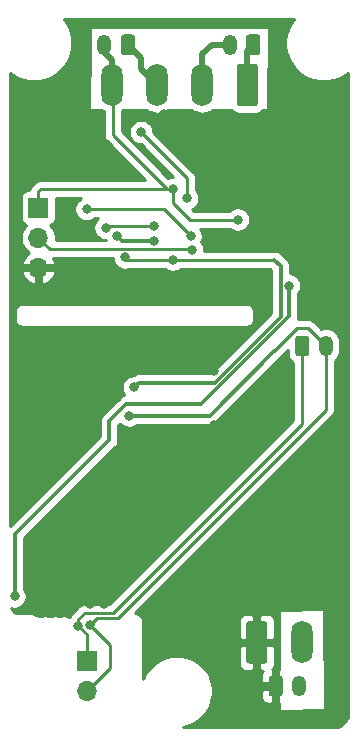
<source format=gbl>
G04 #@! TF.GenerationSoftware,KiCad,Pcbnew,5.1.9+dfsg1-1+deb11u1*
G04 #@! TF.CreationDate,2022-12-15T03:13:05+00:00*
G04 #@! TF.ProjectId,ModuleV450,4d6f6475-6c65-4563-9435-302e6b696361,rev?*
G04 #@! TF.SameCoordinates,Original*
G04 #@! TF.FileFunction,Copper,L2,Bot*
G04 #@! TF.FilePolarity,Positive*
%FSLAX46Y46*%
G04 Gerber Fmt 4.6, Leading zero omitted, Abs format (unit mm)*
G04 Created by KiCad (PCBNEW 5.1.9+dfsg1-1+deb11u1) date 2022-12-15 03:13:05*
%MOMM*%
%LPD*%
G01*
G04 APERTURE LIST*
G04 #@! TA.AperFunction,ComponentPad*
%ADD10O,1.700000X1.700000*%
G04 #@! TD*
G04 #@! TA.AperFunction,ComponentPad*
%ADD11R,1.700000X1.700000*%
G04 #@! TD*
G04 #@! TA.AperFunction,ComponentPad*
%ADD12O,1.800000X3.600000*%
G04 #@! TD*
G04 #@! TA.AperFunction,ComponentPad*
%ADD13O,1.200000X1.750000*%
G04 #@! TD*
G04 #@! TA.AperFunction,ViaPad*
%ADD14C,0.800000*%
G04 #@! TD*
G04 #@! TA.AperFunction,Conductor*
%ADD15C,0.500000*%
G04 #@! TD*
G04 #@! TA.AperFunction,Conductor*
%ADD16C,0.250000*%
G04 #@! TD*
G04 #@! TA.AperFunction,Conductor*
%ADD17C,0.300000*%
G04 #@! TD*
G04 #@! TA.AperFunction,Conductor*
%ADD18C,0.254000*%
G04 #@! TD*
G04 #@! TA.AperFunction,Conductor*
%ADD19C,0.100000*%
G04 #@! TD*
G04 APERTURE END LIST*
D10*
X105017600Y-69767600D03*
X105017600Y-67227600D03*
D11*
X105017600Y-64687600D03*
D12*
X111287600Y-54287600D03*
X115097600Y-54287600D03*
X118907600Y-54287600D03*
G04 #@! TA.AperFunction,ComponentPad*
G36*
G01*
X123617600Y-52737600D02*
X123617600Y-55837600D01*
G75*
G02*
X123367600Y-56087600I-250000J0D01*
G01*
X122067600Y-56087600D01*
G75*
G02*
X121817600Y-55837600I0J250000D01*
G01*
X121817600Y-52737600D01*
G75*
G02*
X122067600Y-52487600I250000J0D01*
G01*
X123367600Y-52487600D01*
G75*
G02*
X123617600Y-52737600I0J-250000D01*
G01*
G37*
G04 #@! TD.AperFunction*
X127327600Y-101487600D03*
G04 #@! TA.AperFunction,ComponentPad*
G36*
G01*
X122617600Y-103037600D02*
X122617600Y-99937600D01*
G75*
G02*
X122867600Y-99687600I250000J0D01*
G01*
X124167600Y-99687600D01*
G75*
G02*
X124417600Y-99937600I0J-250000D01*
G01*
X124417600Y-103037600D01*
G75*
G02*
X124167600Y-103287600I-250000J0D01*
G01*
X122867600Y-103287600D01*
G75*
G02*
X122617600Y-103037600I0J250000D01*
G01*
G37*
G04 #@! TD.AperFunction*
D10*
X109117600Y-105627600D03*
D11*
X109117600Y-103087600D03*
D13*
X121217600Y-50887600D03*
G04 #@! TA.AperFunction,ComponentPad*
G36*
G01*
X123817600Y-50262599D02*
X123817600Y-51512601D01*
G75*
G02*
X123567601Y-51762600I-249999J0D01*
G01*
X122867599Y-51762600D01*
G75*
G02*
X122617600Y-51512601I0J249999D01*
G01*
X122617600Y-50262599D01*
G75*
G02*
X122867599Y-50012600I249999J0D01*
G01*
X123567601Y-50012600D01*
G75*
G02*
X123817600Y-50262599I0J-249999D01*
G01*
G37*
G04 #@! TD.AperFunction*
X110617600Y-50887600D03*
G04 #@! TA.AperFunction,ComponentPad*
G36*
G01*
X113217600Y-50262599D02*
X113217600Y-51512601D01*
G75*
G02*
X112967601Y-51762600I-249999J0D01*
G01*
X112267599Y-51762600D01*
G75*
G02*
X112017600Y-51512601I0J249999D01*
G01*
X112017600Y-50262599D01*
G75*
G02*
X112267599Y-50012600I249999J0D01*
G01*
X112967601Y-50012600D01*
G75*
G02*
X113217600Y-50262599I0J-249999D01*
G01*
G37*
G04 #@! TD.AperFunction*
X127117600Y-105187600D03*
G04 #@! TA.AperFunction,ComponentPad*
G36*
G01*
X124517600Y-105812601D02*
X124517600Y-104562599D01*
G75*
G02*
X124767599Y-104312600I249999J0D01*
G01*
X125467601Y-104312600D01*
G75*
G02*
X125717600Y-104562599I0J-249999D01*
G01*
X125717600Y-105812601D01*
G75*
G02*
X125467601Y-106062600I-249999J0D01*
G01*
X124767599Y-106062600D01*
G75*
G02*
X124517600Y-105812601I0J249999D01*
G01*
G37*
G04 #@! TD.AperFunction*
X129367600Y-76387600D03*
G04 #@! TA.AperFunction,ComponentPad*
G36*
G01*
X126767600Y-77012601D02*
X126767600Y-75762599D01*
G75*
G02*
X127017599Y-75512600I249999J0D01*
G01*
X127717601Y-75512600D01*
G75*
G02*
X127967600Y-75762599I0J-249999D01*
G01*
X127967600Y-77012601D01*
G75*
G02*
X127717601Y-77262600I-249999J0D01*
G01*
X127017599Y-77262600D01*
G75*
G02*
X126767600Y-77012601I0J249999D01*
G01*
G37*
G04 #@! TD.AperFunction*
D14*
X107492600Y-56712600D03*
X116742600Y-101487600D03*
X115762600Y-101487600D03*
X123817600Y-73887600D03*
X129357600Y-72627600D03*
X126892600Y-87987600D03*
X125867600Y-87987600D03*
X127917600Y-87987600D03*
X108817600Y-92712600D03*
X109917600Y-92712600D03*
X111017600Y-92712600D03*
X114367600Y-92712600D03*
X112167600Y-92712600D03*
X113267600Y-92712600D03*
X114782600Y-101487600D03*
X115762600Y-100212600D03*
X116742600Y-100212600D03*
X114782600Y-100212600D03*
X107487600Y-57627600D03*
X105162600Y-62022600D03*
X129387600Y-73817600D03*
X112857600Y-70387600D03*
X124317600Y-72887600D03*
X125917600Y-67987600D03*
X121417600Y-72387600D03*
X103417600Y-72387600D03*
X104517600Y-72387600D03*
X110257600Y-58677600D03*
X109307600Y-58677600D03*
X106337600Y-62022600D03*
X115637600Y-56747600D03*
X117637600Y-56747600D03*
X127337600Y-64347600D03*
X129337600Y-64347600D03*
X108307600Y-98242600D03*
X109407600Y-98242600D03*
X110557600Y-98242600D03*
X106217600Y-76087600D03*
X106217600Y-77237600D03*
X106217600Y-78387600D03*
X106217600Y-79537600D03*
X106217600Y-80687600D03*
X106217600Y-81837600D03*
X106217600Y-82987600D03*
X106217600Y-84137600D03*
X106217600Y-85287600D03*
X106217600Y-86437600D03*
X106217600Y-87587600D03*
X119917600Y-78487600D03*
X119917600Y-76187600D03*
X119917600Y-77337600D03*
X119917600Y-84237600D03*
X119917600Y-83087600D03*
X119917600Y-87687600D03*
X112717600Y-86437600D03*
X112717600Y-85287600D03*
X112717600Y-87587600D03*
X112717600Y-75987600D03*
X112717600Y-78287600D03*
X112717600Y-77137600D03*
X124217600Y-79287600D03*
X124217600Y-80437600D03*
X124217600Y-83687600D03*
X114367600Y-90312600D03*
X113267600Y-90312600D03*
X108817600Y-90312600D03*
X111017600Y-90312600D03*
X112167600Y-90312600D03*
X109917600Y-90312600D03*
X129387600Y-70817600D03*
X129357600Y-69627600D03*
X107817600Y-65087600D03*
X121617600Y-62087600D03*
X126892600Y-86887600D03*
X125867600Y-86887600D03*
X127917600Y-86887600D03*
X121417600Y-59087600D03*
X121917600Y-65687600D03*
X116417600Y-63087600D03*
X112717600Y-82287600D03*
X109361801Y-99982689D03*
X113717592Y-58287600D03*
X117617600Y-63887600D03*
X103017600Y-97597600D03*
X126242599Y-71287600D03*
X114822600Y-66227600D03*
X110717598Y-66387600D03*
X114822600Y-67497600D03*
X111717600Y-67087600D03*
X108417600Y-100087600D03*
X118017600Y-68287600D03*
X113130114Y-79887600D03*
X116417598Y-69087600D03*
X112342590Y-68887600D03*
X109105100Y-64797600D03*
X117917600Y-67087600D03*
D15*
X110617600Y-51487600D02*
X110617600Y-50887600D01*
X111287600Y-54287600D02*
X111287600Y-52157600D01*
X111287600Y-52157600D02*
X110617600Y-51487600D01*
D16*
X117851917Y-65687600D02*
X121917600Y-65687600D01*
X116417602Y-64253285D02*
X117851917Y-65687600D01*
X116417602Y-63687600D02*
X116417602Y-64253285D01*
X116417602Y-63087602D02*
X116417602Y-63687600D01*
X115907600Y-63087600D02*
X116417600Y-63087600D01*
X111317600Y-58497600D02*
X115907600Y-63087600D01*
X111317600Y-54317600D02*
X111317600Y-58497600D01*
X116417600Y-63087600D02*
X116417602Y-63087602D01*
X111287600Y-54287600D02*
X111317600Y-54317600D01*
X116417602Y-63107589D02*
X116417602Y-63687600D01*
X105207611Y-63107589D02*
X116417602Y-63107589D01*
X105017600Y-63297600D02*
X105207611Y-63107589D01*
X105017600Y-64687600D02*
X105017600Y-63297600D01*
D15*
X113717600Y-52907600D02*
X115097600Y-54287600D01*
X112617600Y-50887600D02*
X113717600Y-51987600D01*
X113717600Y-51987600D02*
X113717600Y-52907600D01*
D17*
X119517600Y-82287600D02*
X112717600Y-82287600D01*
X125017600Y-76787600D02*
X119517600Y-82287600D01*
D16*
X127867600Y-74887600D02*
X129367600Y-76387600D01*
X126917600Y-74887600D02*
X127867600Y-74887600D01*
X125017600Y-76787600D02*
X126917600Y-74887600D01*
X111751773Y-99387600D02*
X109956890Y-99387600D01*
X129367600Y-81771773D02*
X111751773Y-99387600D01*
X129367600Y-76387600D02*
X129367600Y-81771773D01*
X109956890Y-99387600D02*
X109361801Y-99982689D01*
X111117600Y-101738488D02*
X109361801Y-99982689D01*
X111117600Y-103627600D02*
X111117600Y-101738488D01*
X109117600Y-105627600D02*
X111117600Y-103627600D01*
X117617600Y-62187608D02*
X117617600Y-63887600D01*
X113717592Y-58287600D02*
X117617600Y-62187608D01*
D17*
X126242599Y-73878266D02*
X126242599Y-71287600D01*
X103017600Y-92351596D02*
X111017600Y-84351596D01*
X118833267Y-81287598D02*
X126242599Y-73878266D01*
X112481598Y-81287598D02*
X118833267Y-81287598D01*
X111017600Y-84351596D02*
X111017600Y-82751596D01*
X111017600Y-82751596D02*
X112481598Y-81287598D01*
X103017600Y-97597600D02*
X103017600Y-92351596D01*
D16*
X114822600Y-66227600D02*
X110877598Y-66227600D01*
X110877598Y-66227600D02*
X110717598Y-66387600D01*
D17*
X112127600Y-67497600D02*
X111717600Y-67087600D01*
X114822600Y-67497600D02*
X112127600Y-67497600D01*
D16*
X108417600Y-99521915D02*
X108417600Y-100087600D01*
X127367600Y-82971900D02*
X111351911Y-98987589D01*
X111351911Y-98987589D02*
X108951926Y-98987589D01*
X127367600Y-76787600D02*
X127367600Y-82971900D01*
X108951926Y-98987589D02*
X108417600Y-99521915D01*
X109117600Y-100787600D02*
X108417600Y-100087600D01*
X109117600Y-103087600D02*
X109117600Y-100787600D01*
X117917600Y-68187600D02*
X118017600Y-68287600D01*
X105977600Y-68187600D02*
X117917600Y-68187600D01*
X105017600Y-67227600D02*
X105977600Y-68187600D01*
X116417598Y-69087600D02*
X112542590Y-69087600D01*
X112542590Y-69087600D02*
X112342590Y-68887600D01*
D17*
X125542589Y-73923601D02*
X125542589Y-69612589D01*
X125542589Y-69612589D02*
X125017600Y-69087600D01*
X113530113Y-79487601D02*
X119978589Y-79487601D01*
X113130114Y-79887600D02*
X113530113Y-79487601D01*
X119978589Y-79487601D02*
X125542589Y-73923601D01*
D16*
X125017600Y-69087600D02*
X116417598Y-69087600D01*
X109105100Y-64797600D02*
X115627600Y-64797600D01*
X115627600Y-64797600D02*
X117917600Y-67087600D01*
D15*
X118907600Y-51697600D02*
X118907600Y-54287600D01*
X119717600Y-50887600D02*
X118907600Y-51697600D01*
X121217600Y-50887600D02*
X119717600Y-50887600D01*
X122717600Y-51387600D02*
X123217600Y-50887600D01*
X122717600Y-54287600D02*
X122717600Y-51387600D01*
D18*
X126307870Y-49209042D02*
X126064612Y-49796319D01*
X125940600Y-50419768D01*
X125940600Y-51055432D01*
X126064612Y-51678881D01*
X126307870Y-52266158D01*
X126661025Y-52794693D01*
X127110507Y-53244175D01*
X127639042Y-53597330D01*
X128226319Y-53840588D01*
X128849768Y-53964600D01*
X129485432Y-53964600D01*
X130108881Y-53840588D01*
X130696158Y-53597330D01*
X131224693Y-53244175D01*
X131230994Y-53237874D01*
X131207616Y-107802710D01*
X131189214Y-107990384D01*
X131182317Y-108013228D01*
X130592568Y-108602928D01*
X130575767Y-108608129D01*
X130390508Y-108627600D01*
X117241744Y-108627600D01*
X117640543Y-108548274D01*
X118191422Y-108320092D01*
X118687200Y-107988824D01*
X119108824Y-107567200D01*
X119440092Y-107071422D01*
X119668274Y-106520543D01*
X119759364Y-106062600D01*
X123879528Y-106062600D01*
X123891788Y-106187082D01*
X123928098Y-106306780D01*
X123987063Y-106417094D01*
X124066415Y-106513785D01*
X124163106Y-106593137D01*
X124273420Y-106652102D01*
X124393118Y-106688412D01*
X124517600Y-106700672D01*
X124735850Y-106697600D01*
X124894600Y-106538850D01*
X124894600Y-105410600D01*
X124041350Y-105410600D01*
X123882600Y-105569350D01*
X123879528Y-106062600D01*
X119759364Y-106062600D01*
X119784600Y-105935733D01*
X119784600Y-105339467D01*
X119668274Y-104754657D01*
X119440092Y-104203778D01*
X119108824Y-103708000D01*
X118688424Y-103287600D01*
X121979528Y-103287600D01*
X121991788Y-103412082D01*
X122028098Y-103531780D01*
X122087063Y-103642094D01*
X122166415Y-103738785D01*
X122263106Y-103818137D01*
X122373420Y-103877102D01*
X122493118Y-103913412D01*
X122617600Y-103925672D01*
X123135850Y-103922600D01*
X123294600Y-103763850D01*
X123294600Y-101710600D01*
X123740600Y-101710600D01*
X123740600Y-103763850D01*
X123899350Y-103922600D01*
X124015636Y-103923289D01*
X123987063Y-103958106D01*
X123928098Y-104068420D01*
X123891788Y-104188118D01*
X123879528Y-104312600D01*
X123882600Y-104805850D01*
X124041350Y-104964600D01*
X124894600Y-104964600D01*
X124894600Y-103836350D01*
X125340600Y-103836350D01*
X125340600Y-104964600D01*
X125360600Y-104964600D01*
X125360600Y-105410600D01*
X125340600Y-105410600D01*
X125340600Y-106538850D01*
X125402271Y-106600521D01*
X125403989Y-107132241D01*
X125406742Y-107158135D01*
X125414261Y-107181869D01*
X125426266Y-107203680D01*
X125442295Y-107222729D01*
X125461732Y-107238286D01*
X125483831Y-107249752D01*
X125507743Y-107256686D01*
X125532547Y-107258821D01*
X129134913Y-107214590D01*
X129158563Y-107212073D01*
X129182362Y-107204763D01*
X129204278Y-107192951D01*
X129223468Y-107177090D01*
X129239195Y-107157790D01*
X129250855Y-107135793D01*
X129257999Y-107111943D01*
X129260353Y-107087158D01*
X129231628Y-98825040D01*
X129229064Y-98800087D01*
X129221719Y-98776299D01*
X129209874Y-98754401D01*
X129193984Y-98735234D01*
X129174661Y-98719536D01*
X129152646Y-98707909D01*
X129128786Y-98700801D01*
X129103998Y-98698484D01*
X125503581Y-98716371D01*
X125479033Y-98718890D01*
X125455232Y-98726194D01*
X125433314Y-98738001D01*
X125414120Y-98753857D01*
X125398388Y-98773153D01*
X125386723Y-98795148D01*
X125379573Y-98818995D01*
X125377213Y-98843779D01*
X125393172Y-103783778D01*
X125340600Y-103836350D01*
X124894600Y-103836350D01*
X124829377Y-103771127D01*
X124868785Y-103738785D01*
X124948137Y-103642094D01*
X125007102Y-103531780D01*
X125043412Y-103412082D01*
X125055672Y-103287600D01*
X125052600Y-101869350D01*
X124893850Y-101710600D01*
X123740600Y-101710600D01*
X123294600Y-101710600D01*
X122141350Y-101710600D01*
X121982600Y-101869350D01*
X121979528Y-103287600D01*
X118688424Y-103287600D01*
X118687200Y-103286376D01*
X118191422Y-102955108D01*
X117640543Y-102726926D01*
X117055733Y-102610600D01*
X116459467Y-102610600D01*
X115874657Y-102726926D01*
X115323778Y-102955108D01*
X114828000Y-103286376D01*
X114406376Y-103708000D01*
X114075108Y-104203778D01*
X113918631Y-104581547D01*
X113927540Y-99770487D01*
X113931015Y-99732298D01*
X113926277Y-99687600D01*
X121979528Y-99687600D01*
X121982600Y-101105850D01*
X122141350Y-101264600D01*
X123294600Y-101264600D01*
X123294600Y-99211350D01*
X123740600Y-99211350D01*
X123740600Y-101264600D01*
X124893850Y-101264600D01*
X125052600Y-101105850D01*
X125055672Y-99687600D01*
X125043412Y-99563118D01*
X125007102Y-99443420D01*
X124948137Y-99333106D01*
X124868785Y-99236415D01*
X124772094Y-99157063D01*
X124661780Y-99098098D01*
X124542082Y-99061788D01*
X124417600Y-99049528D01*
X123899350Y-99052600D01*
X123740600Y-99211350D01*
X123294600Y-99211350D01*
X123135850Y-99052600D01*
X122617600Y-99049528D01*
X122493118Y-99061788D01*
X122373420Y-99098098D01*
X122263106Y-99157063D01*
X122166415Y-99236415D01*
X122087063Y-99333106D01*
X122028098Y-99443420D01*
X121991788Y-99563118D01*
X121979528Y-99687600D01*
X113926277Y-99687600D01*
X113923995Y-99666074D01*
X113917583Y-99599712D01*
X113916622Y-99596523D01*
X113916272Y-99593220D01*
X113896474Y-99529660D01*
X113877232Y-99465801D01*
X113875669Y-99462863D01*
X113874680Y-99459689D01*
X113842836Y-99401164D01*
X113811532Y-99342337D01*
X113809427Y-99339762D01*
X113807837Y-99336840D01*
X113765202Y-99285669D01*
X113723008Y-99234060D01*
X113720438Y-99231943D01*
X113718311Y-99229390D01*
X113666516Y-99187523D01*
X113615060Y-99145135D01*
X113612129Y-99143561D01*
X113609543Y-99141471D01*
X113550592Y-99110523D01*
X113491840Y-99078979D01*
X113488654Y-99078006D01*
X113485713Y-99076462D01*
X113421856Y-99057608D01*
X113358079Y-99038132D01*
X113354769Y-99037800D01*
X113351579Y-99036858D01*
X113285226Y-99030821D01*
X113218921Y-99024167D01*
X113186915Y-99027259D01*
X129878608Y-82335568D01*
X129907601Y-82311774D01*
X129931395Y-82282781D01*
X129931399Y-82282777D01*
X130002573Y-82196050D01*
X130003759Y-82193832D01*
X130073146Y-82064020D01*
X130116603Y-81920759D01*
X130127600Y-81809106D01*
X130127600Y-81809097D01*
X130131276Y-81771774D01*
X130127600Y-81734451D01*
X130127600Y-77636533D01*
X130245102Y-77540102D01*
X130399433Y-77352049D01*
X130514111Y-77137500D01*
X130584730Y-76904701D01*
X130602600Y-76723264D01*
X130602600Y-76051935D01*
X130584730Y-75870498D01*
X130514111Y-75637699D01*
X130399433Y-75423151D01*
X130245102Y-75235098D01*
X130057048Y-75080767D01*
X129842500Y-74966089D01*
X129609701Y-74895470D01*
X129367600Y-74871625D01*
X129125498Y-74895470D01*
X128991054Y-74936253D01*
X128431404Y-74376603D01*
X128407601Y-74347599D01*
X128291876Y-74252626D01*
X128159847Y-74182054D01*
X128016586Y-74138597D01*
X127904933Y-74127600D01*
X127904922Y-74127600D01*
X127867600Y-74123924D01*
X127830278Y-74127600D01*
X126987287Y-74127600D01*
X127016241Y-74032153D01*
X127024005Y-73953317D01*
X127027599Y-73916827D01*
X127027599Y-73916822D01*
X127031396Y-73878266D01*
X127027599Y-73839710D01*
X127027599Y-71966311D01*
X127046536Y-71947374D01*
X127159804Y-71777856D01*
X127237825Y-71589498D01*
X127277599Y-71389539D01*
X127277599Y-71185661D01*
X127237825Y-70985702D01*
X127159804Y-70797344D01*
X127046536Y-70627826D01*
X126902373Y-70483663D01*
X126732855Y-70370395D01*
X126544497Y-70292374D01*
X126344538Y-70252600D01*
X126327589Y-70252600D01*
X126327589Y-69651145D01*
X126331386Y-69612589D01*
X126327589Y-69574033D01*
X126327589Y-69574028D01*
X126322842Y-69525832D01*
X126316231Y-69458702D01*
X126271343Y-69310729D01*
X126198451Y-69174356D01*
X126100353Y-69054825D01*
X126070394Y-69030238D01*
X125545412Y-68505255D01*
X125455832Y-68431739D01*
X125319459Y-68358846D01*
X125171486Y-68313959D01*
X125017600Y-68298803D01*
X124863714Y-68313959D01*
X124818746Y-68327600D01*
X119052600Y-68327600D01*
X119052600Y-68185661D01*
X119012826Y-67985702D01*
X118934805Y-67797344D01*
X118821537Y-67627826D01*
X118809475Y-67615764D01*
X118834805Y-67577856D01*
X118912826Y-67389498D01*
X118952600Y-67189539D01*
X118952600Y-66985661D01*
X118912826Y-66785702D01*
X118834805Y-66597344D01*
X118734750Y-66447600D01*
X121213889Y-66447600D01*
X121257826Y-66491537D01*
X121427344Y-66604805D01*
X121615702Y-66682826D01*
X121815661Y-66722600D01*
X122019539Y-66722600D01*
X122219498Y-66682826D01*
X122407856Y-66604805D01*
X122577374Y-66491537D01*
X122721537Y-66347374D01*
X122834805Y-66177856D01*
X122912826Y-65989498D01*
X122952600Y-65789539D01*
X122952600Y-65585661D01*
X122912826Y-65385702D01*
X122834805Y-65197344D01*
X122721537Y-65027826D01*
X122577374Y-64883663D01*
X122407856Y-64770395D01*
X122219498Y-64692374D01*
X122019539Y-64652600D01*
X121815661Y-64652600D01*
X121615702Y-64692374D01*
X121427344Y-64770395D01*
X121257826Y-64883663D01*
X121213889Y-64927600D01*
X118166719Y-64927600D01*
X118062649Y-64823530D01*
X118107856Y-64804805D01*
X118277374Y-64691537D01*
X118421537Y-64547374D01*
X118534805Y-64377856D01*
X118612826Y-64189498D01*
X118652600Y-63989539D01*
X118652600Y-63785661D01*
X118612826Y-63585702D01*
X118534805Y-63397344D01*
X118421537Y-63227826D01*
X118377600Y-63183889D01*
X118377600Y-62224930D01*
X118381276Y-62187607D01*
X118377600Y-62150284D01*
X118377600Y-62150275D01*
X118366603Y-62038622D01*
X118323146Y-61895361D01*
X118252574Y-61763332D01*
X118157601Y-61647607D01*
X118128604Y-61623810D01*
X114752592Y-58247799D01*
X114752592Y-58185661D01*
X114712818Y-57985702D01*
X114634797Y-57797344D01*
X114521529Y-57627826D01*
X114377366Y-57483663D01*
X114207848Y-57370395D01*
X114019490Y-57292374D01*
X113819531Y-57252600D01*
X113615653Y-57252600D01*
X113415694Y-57292374D01*
X113227336Y-57370395D01*
X113057818Y-57483663D01*
X112913655Y-57627826D01*
X112800387Y-57797344D01*
X112722366Y-57985702D01*
X112682592Y-58185661D01*
X112682592Y-58389539D01*
X112722366Y-58589498D01*
X112800387Y-58777856D01*
X112913655Y-58947374D01*
X113057818Y-59091537D01*
X113227336Y-59204805D01*
X113415694Y-59282826D01*
X113615653Y-59322600D01*
X113677791Y-59322600D01*
X116407790Y-62052600D01*
X116315661Y-62052600D01*
X116115702Y-62092374D01*
X116024821Y-62130019D01*
X112077600Y-58182799D01*
X112077600Y-56505854D01*
X112144526Y-56470081D01*
X112206080Y-56419565D01*
X114176589Y-56417489D01*
X114240673Y-56470081D01*
X114507339Y-56612617D01*
X114796687Y-56700390D01*
X115097600Y-56730027D01*
X115398512Y-56700390D01*
X115687860Y-56612617D01*
X115954526Y-56470081D01*
X116020979Y-56415545D01*
X117981703Y-56413479D01*
X118050673Y-56470081D01*
X118317339Y-56612617D01*
X118606687Y-56700390D01*
X118907600Y-56730027D01*
X119208512Y-56700390D01*
X119497860Y-56612617D01*
X119764526Y-56470081D01*
X119835878Y-56411525D01*
X121393943Y-56409883D01*
X121439638Y-56465562D01*
X121574214Y-56576005D01*
X121727750Y-56658072D01*
X121894346Y-56708608D01*
X122067600Y-56725672D01*
X123367600Y-56725672D01*
X123540854Y-56708608D01*
X123707450Y-56658072D01*
X123860986Y-56576005D01*
X123995562Y-56465562D01*
X124043548Y-56407090D01*
X124382733Y-56406733D01*
X124406068Y-56404546D01*
X124429966Y-56397569D01*
X124452045Y-56386064D01*
X124471455Y-56370473D01*
X124487450Y-56351394D01*
X124499415Y-56329562D01*
X124506892Y-56305815D01*
X124509592Y-56281065D01*
X124580863Y-49486799D01*
X124578423Y-49460655D01*
X124571189Y-49436833D01*
X124559446Y-49414879D01*
X124543647Y-49395639D01*
X124524397Y-49379850D01*
X124502437Y-49368120D01*
X124478611Y-49360900D01*
X124453834Y-49358467D01*
X109523857Y-49362734D01*
X109500423Y-49364922D01*
X109476524Y-49371899D01*
X109454446Y-49383404D01*
X109435036Y-49398996D01*
X109419041Y-49418074D01*
X109407076Y-49439907D01*
X109399600Y-49463654D01*
X109396900Y-49488404D01*
X109386135Y-50516042D01*
X109382600Y-50551935D01*
X109382600Y-50853522D01*
X109325608Y-56294137D01*
X109328067Y-56320375D01*
X109335320Y-56344191D01*
X109347079Y-56366136D01*
X109362893Y-56385364D01*
X109382155Y-56401138D01*
X109404124Y-56412851D01*
X109427956Y-56420053D01*
X109452735Y-56422467D01*
X110371475Y-56421499D01*
X110430673Y-56470081D01*
X110557601Y-56537925D01*
X110557601Y-58460268D01*
X110553924Y-58497600D01*
X110568598Y-58646585D01*
X110612054Y-58789846D01*
X110682626Y-58921876D01*
X110753801Y-59008602D01*
X110777600Y-59037601D01*
X110806598Y-59061399D01*
X114092787Y-62347589D01*
X105244933Y-62347589D01*
X105207610Y-62343913D01*
X105170287Y-62347589D01*
X105170278Y-62347589D01*
X105058625Y-62358586D01*
X104915364Y-62402043D01*
X104783335Y-62472615D01*
X104667610Y-62567588D01*
X104643807Y-62596592D01*
X104506598Y-62733801D01*
X104477600Y-62757599D01*
X104453802Y-62786597D01*
X104453801Y-62786598D01*
X104382626Y-62873324D01*
X104312054Y-63005354D01*
X104268598Y-63148615D01*
X104263583Y-63199528D01*
X104167600Y-63199528D01*
X104043118Y-63211788D01*
X103923420Y-63248098D01*
X103813106Y-63307063D01*
X103716415Y-63386415D01*
X103637063Y-63483106D01*
X103578098Y-63593420D01*
X103541788Y-63713118D01*
X103529528Y-63837600D01*
X103529528Y-65537600D01*
X103541788Y-65662082D01*
X103578098Y-65781780D01*
X103637063Y-65892094D01*
X103716415Y-65988785D01*
X103813106Y-66068137D01*
X103923420Y-66127102D01*
X103995980Y-66149113D01*
X103864125Y-66280968D01*
X103701610Y-66524189D01*
X103589668Y-66794442D01*
X103532600Y-67081340D01*
X103532600Y-67373860D01*
X103589668Y-67660758D01*
X103701610Y-67931011D01*
X103864125Y-68174232D01*
X104070968Y-68381075D01*
X104250880Y-68501288D01*
X104060345Y-68632297D01*
X103857252Y-68840863D01*
X103698750Y-69085043D01*
X103602399Y-69317675D01*
X103710232Y-69544600D01*
X104794600Y-69544600D01*
X104794600Y-69524600D01*
X105240600Y-69524600D01*
X105240600Y-69544600D01*
X106324968Y-69544600D01*
X106432801Y-69317675D01*
X106336450Y-69085043D01*
X106247233Y-68947600D01*
X111307590Y-68947600D01*
X111307590Y-68989539D01*
X111347364Y-69189498D01*
X111425385Y-69377856D01*
X111538653Y-69547374D01*
X111682816Y-69691537D01*
X111852334Y-69804805D01*
X112040692Y-69882826D01*
X112240651Y-69922600D01*
X112444529Y-69922600D01*
X112644488Y-69882826D01*
X112729530Y-69847600D01*
X115713887Y-69847600D01*
X115757824Y-69891537D01*
X115927342Y-70004805D01*
X116115700Y-70082826D01*
X116315659Y-70122600D01*
X116519537Y-70122600D01*
X116719496Y-70082826D01*
X116907854Y-70004805D01*
X117077372Y-69891537D01*
X117121309Y-69847600D01*
X124667443Y-69847600D01*
X124757590Y-69937746D01*
X124757589Y-73598443D01*
X119653432Y-78702601D01*
X113568665Y-78702601D01*
X113530112Y-78698804D01*
X113491559Y-78702601D01*
X113491552Y-78702601D01*
X113376226Y-78713960D01*
X113228253Y-78758847D01*
X113091880Y-78831739D01*
X113066461Y-78852600D01*
X113028175Y-78852600D01*
X112828216Y-78892374D01*
X112639858Y-78970395D01*
X112470340Y-79083663D01*
X112326177Y-79227826D01*
X112212909Y-79397344D01*
X112134888Y-79585702D01*
X112095114Y-79785661D01*
X112095114Y-79989539D01*
X112134888Y-80189498D01*
X112212909Y-80377856D01*
X112307870Y-80519975D01*
X112179738Y-80558844D01*
X112043365Y-80631736D01*
X111923834Y-80729834D01*
X111899253Y-80759786D01*
X110489785Y-82169254D01*
X110459837Y-82193832D01*
X110435259Y-82223780D01*
X110435255Y-82223784D01*
X110402290Y-82263952D01*
X110361739Y-82313363D01*
X110322777Y-82386256D01*
X110288846Y-82449737D01*
X110243959Y-82597710D01*
X110228803Y-82751596D01*
X110232601Y-82790158D01*
X110232600Y-84026438D01*
X102627600Y-91631439D01*
X102627600Y-73487600D01*
X103029286Y-73487600D01*
X103032600Y-73521247D01*
X103032600Y-74053953D01*
X103029286Y-74087600D01*
X103042512Y-74221883D01*
X103081681Y-74351006D01*
X103145288Y-74470007D01*
X103230889Y-74574311D01*
X103270745Y-74607020D01*
X103335193Y-74659912D01*
X103454194Y-74723519D01*
X103583317Y-74762688D01*
X103717600Y-74775914D01*
X103751247Y-74772600D01*
X122595402Y-74772600D01*
X122640531Y-74775531D01*
X122696076Y-74768185D01*
X122751883Y-74762688D01*
X122762897Y-74759347D01*
X122774298Y-74757839D01*
X122827343Y-74739798D01*
X122881006Y-74723519D01*
X122891157Y-74718093D01*
X122902045Y-74714390D01*
X122950553Y-74686345D01*
X123000007Y-74659912D01*
X123008903Y-74652611D01*
X123018861Y-74646854D01*
X123060966Y-74609884D01*
X123104311Y-74574311D01*
X123111614Y-74565412D01*
X123120255Y-74557825D01*
X123154336Y-74513357D01*
X123189912Y-74470007D01*
X123195337Y-74459858D01*
X123202334Y-74450728D01*
X123227092Y-74400447D01*
X123253519Y-74351006D01*
X123256859Y-74339994D01*
X123261941Y-74329674D01*
X123276411Y-74275542D01*
X123292688Y-74221883D01*
X123293816Y-74210426D01*
X123296786Y-74199317D01*
X123300417Y-74143409D01*
X123305914Y-74087600D01*
X123301479Y-74042569D01*
X123283722Y-73509859D01*
X123285914Y-73487600D01*
X123281478Y-73442566D01*
X123281098Y-73431152D01*
X123278185Y-73409125D01*
X123272688Y-73353317D01*
X123269347Y-73342303D01*
X123267839Y-73330902D01*
X123249798Y-73277857D01*
X123233519Y-73224194D01*
X123228093Y-73214043D01*
X123224390Y-73203155D01*
X123196345Y-73154647D01*
X123169912Y-73105193D01*
X123162611Y-73096297D01*
X123156854Y-73086339D01*
X123119878Y-73044227D01*
X123084311Y-73000889D01*
X123075415Y-72993588D01*
X123067826Y-72984945D01*
X123023348Y-72950858D01*
X122980007Y-72915288D01*
X122969859Y-72909864D01*
X122960728Y-72902866D01*
X122910447Y-72878108D01*
X122861006Y-72851681D01*
X122849994Y-72848341D01*
X122839674Y-72843259D01*
X122785539Y-72828788D01*
X122731883Y-72812512D01*
X122720428Y-72811384D01*
X122709318Y-72808414D01*
X122653411Y-72804783D01*
X122631247Y-72802600D01*
X122619798Y-72802600D01*
X122574669Y-72799669D01*
X122552508Y-72802600D01*
X103751247Y-72802600D01*
X103717600Y-72799286D01*
X103683953Y-72802600D01*
X103583317Y-72812512D01*
X103454194Y-72851681D01*
X103335193Y-72915288D01*
X103230889Y-73000889D01*
X103145288Y-73105193D01*
X103081681Y-73224194D01*
X103042512Y-73353317D01*
X103029286Y-73487600D01*
X102627600Y-73487600D01*
X102627600Y-70217525D01*
X103602399Y-70217525D01*
X103698750Y-70450157D01*
X103857252Y-70694337D01*
X104060345Y-70902903D01*
X104300225Y-71067840D01*
X104567673Y-71182809D01*
X104794600Y-71077019D01*
X104794600Y-69990600D01*
X105240600Y-69990600D01*
X105240600Y-71077019D01*
X105467527Y-71182809D01*
X105734975Y-71067840D01*
X105974855Y-70902903D01*
X106177948Y-70694337D01*
X106336450Y-70450157D01*
X106432801Y-70217525D01*
X106324968Y-69990600D01*
X105240600Y-69990600D01*
X104794600Y-69990600D01*
X103710232Y-69990600D01*
X103602399Y-70217525D01*
X102627600Y-70217525D01*
X102627600Y-53255596D01*
X103139042Y-53597330D01*
X103726319Y-53840588D01*
X104349768Y-53964600D01*
X104985432Y-53964600D01*
X105608881Y-53840588D01*
X106196158Y-53597330D01*
X106724693Y-53244175D01*
X107174175Y-52794693D01*
X107527330Y-52266158D01*
X107770588Y-51678881D01*
X107894600Y-51055432D01*
X107894600Y-50419768D01*
X107770588Y-49796319D01*
X107527330Y-49209042D01*
X107185596Y-48697600D01*
X126649604Y-48697600D01*
X126307870Y-49209042D01*
G04 #@! TA.AperFunction,Conductor*
D19*
G36*
X126307870Y-49209042D02*
G01*
X126064612Y-49796319D01*
X125940600Y-50419768D01*
X125940600Y-51055432D01*
X126064612Y-51678881D01*
X126307870Y-52266158D01*
X126661025Y-52794693D01*
X127110507Y-53244175D01*
X127639042Y-53597330D01*
X128226319Y-53840588D01*
X128849768Y-53964600D01*
X129485432Y-53964600D01*
X130108881Y-53840588D01*
X130696158Y-53597330D01*
X131224693Y-53244175D01*
X131230994Y-53237874D01*
X131207616Y-107802710D01*
X131189214Y-107990384D01*
X131182317Y-108013228D01*
X130592568Y-108602928D01*
X130575767Y-108608129D01*
X130390508Y-108627600D01*
X117241744Y-108627600D01*
X117640543Y-108548274D01*
X118191422Y-108320092D01*
X118687200Y-107988824D01*
X119108824Y-107567200D01*
X119440092Y-107071422D01*
X119668274Y-106520543D01*
X119759364Y-106062600D01*
X123879528Y-106062600D01*
X123891788Y-106187082D01*
X123928098Y-106306780D01*
X123987063Y-106417094D01*
X124066415Y-106513785D01*
X124163106Y-106593137D01*
X124273420Y-106652102D01*
X124393118Y-106688412D01*
X124517600Y-106700672D01*
X124735850Y-106697600D01*
X124894600Y-106538850D01*
X124894600Y-105410600D01*
X124041350Y-105410600D01*
X123882600Y-105569350D01*
X123879528Y-106062600D01*
X119759364Y-106062600D01*
X119784600Y-105935733D01*
X119784600Y-105339467D01*
X119668274Y-104754657D01*
X119440092Y-104203778D01*
X119108824Y-103708000D01*
X118688424Y-103287600D01*
X121979528Y-103287600D01*
X121991788Y-103412082D01*
X122028098Y-103531780D01*
X122087063Y-103642094D01*
X122166415Y-103738785D01*
X122263106Y-103818137D01*
X122373420Y-103877102D01*
X122493118Y-103913412D01*
X122617600Y-103925672D01*
X123135850Y-103922600D01*
X123294600Y-103763850D01*
X123294600Y-101710600D01*
X123740600Y-101710600D01*
X123740600Y-103763850D01*
X123899350Y-103922600D01*
X124015636Y-103923289D01*
X123987063Y-103958106D01*
X123928098Y-104068420D01*
X123891788Y-104188118D01*
X123879528Y-104312600D01*
X123882600Y-104805850D01*
X124041350Y-104964600D01*
X124894600Y-104964600D01*
X124894600Y-103836350D01*
X125340600Y-103836350D01*
X125340600Y-104964600D01*
X125360600Y-104964600D01*
X125360600Y-105410600D01*
X125340600Y-105410600D01*
X125340600Y-106538850D01*
X125402271Y-106600521D01*
X125403989Y-107132241D01*
X125406742Y-107158135D01*
X125414261Y-107181869D01*
X125426266Y-107203680D01*
X125442295Y-107222729D01*
X125461732Y-107238286D01*
X125483831Y-107249752D01*
X125507743Y-107256686D01*
X125532547Y-107258821D01*
X129134913Y-107214590D01*
X129158563Y-107212073D01*
X129182362Y-107204763D01*
X129204278Y-107192951D01*
X129223468Y-107177090D01*
X129239195Y-107157790D01*
X129250855Y-107135793D01*
X129257999Y-107111943D01*
X129260353Y-107087158D01*
X129231628Y-98825040D01*
X129229064Y-98800087D01*
X129221719Y-98776299D01*
X129209874Y-98754401D01*
X129193984Y-98735234D01*
X129174661Y-98719536D01*
X129152646Y-98707909D01*
X129128786Y-98700801D01*
X129103998Y-98698484D01*
X125503581Y-98716371D01*
X125479033Y-98718890D01*
X125455232Y-98726194D01*
X125433314Y-98738001D01*
X125414120Y-98753857D01*
X125398388Y-98773153D01*
X125386723Y-98795148D01*
X125379573Y-98818995D01*
X125377213Y-98843779D01*
X125393172Y-103783778D01*
X125340600Y-103836350D01*
X124894600Y-103836350D01*
X124829377Y-103771127D01*
X124868785Y-103738785D01*
X124948137Y-103642094D01*
X125007102Y-103531780D01*
X125043412Y-103412082D01*
X125055672Y-103287600D01*
X125052600Y-101869350D01*
X124893850Y-101710600D01*
X123740600Y-101710600D01*
X123294600Y-101710600D01*
X122141350Y-101710600D01*
X121982600Y-101869350D01*
X121979528Y-103287600D01*
X118688424Y-103287600D01*
X118687200Y-103286376D01*
X118191422Y-102955108D01*
X117640543Y-102726926D01*
X117055733Y-102610600D01*
X116459467Y-102610600D01*
X115874657Y-102726926D01*
X115323778Y-102955108D01*
X114828000Y-103286376D01*
X114406376Y-103708000D01*
X114075108Y-104203778D01*
X113918631Y-104581547D01*
X113927540Y-99770487D01*
X113931015Y-99732298D01*
X113926277Y-99687600D01*
X121979528Y-99687600D01*
X121982600Y-101105850D01*
X122141350Y-101264600D01*
X123294600Y-101264600D01*
X123294600Y-99211350D01*
X123740600Y-99211350D01*
X123740600Y-101264600D01*
X124893850Y-101264600D01*
X125052600Y-101105850D01*
X125055672Y-99687600D01*
X125043412Y-99563118D01*
X125007102Y-99443420D01*
X124948137Y-99333106D01*
X124868785Y-99236415D01*
X124772094Y-99157063D01*
X124661780Y-99098098D01*
X124542082Y-99061788D01*
X124417600Y-99049528D01*
X123899350Y-99052600D01*
X123740600Y-99211350D01*
X123294600Y-99211350D01*
X123135850Y-99052600D01*
X122617600Y-99049528D01*
X122493118Y-99061788D01*
X122373420Y-99098098D01*
X122263106Y-99157063D01*
X122166415Y-99236415D01*
X122087063Y-99333106D01*
X122028098Y-99443420D01*
X121991788Y-99563118D01*
X121979528Y-99687600D01*
X113926277Y-99687600D01*
X113923995Y-99666074D01*
X113917583Y-99599712D01*
X113916622Y-99596523D01*
X113916272Y-99593220D01*
X113896474Y-99529660D01*
X113877232Y-99465801D01*
X113875669Y-99462863D01*
X113874680Y-99459689D01*
X113842836Y-99401164D01*
X113811532Y-99342337D01*
X113809427Y-99339762D01*
X113807837Y-99336840D01*
X113765202Y-99285669D01*
X113723008Y-99234060D01*
X113720438Y-99231943D01*
X113718311Y-99229390D01*
X113666516Y-99187523D01*
X113615060Y-99145135D01*
X113612129Y-99143561D01*
X113609543Y-99141471D01*
X113550592Y-99110523D01*
X113491840Y-99078979D01*
X113488654Y-99078006D01*
X113485713Y-99076462D01*
X113421856Y-99057608D01*
X113358079Y-99038132D01*
X113354769Y-99037800D01*
X113351579Y-99036858D01*
X113285226Y-99030821D01*
X113218921Y-99024167D01*
X113186915Y-99027259D01*
X129878608Y-82335568D01*
X129907601Y-82311774D01*
X129931395Y-82282781D01*
X129931399Y-82282777D01*
X130002573Y-82196050D01*
X130003759Y-82193832D01*
X130073146Y-82064020D01*
X130116603Y-81920759D01*
X130127600Y-81809106D01*
X130127600Y-81809097D01*
X130131276Y-81771774D01*
X130127600Y-81734451D01*
X130127600Y-77636533D01*
X130245102Y-77540102D01*
X130399433Y-77352049D01*
X130514111Y-77137500D01*
X130584730Y-76904701D01*
X130602600Y-76723264D01*
X130602600Y-76051935D01*
X130584730Y-75870498D01*
X130514111Y-75637699D01*
X130399433Y-75423151D01*
X130245102Y-75235098D01*
X130057048Y-75080767D01*
X129842500Y-74966089D01*
X129609701Y-74895470D01*
X129367600Y-74871625D01*
X129125498Y-74895470D01*
X128991054Y-74936253D01*
X128431404Y-74376603D01*
X128407601Y-74347599D01*
X128291876Y-74252626D01*
X128159847Y-74182054D01*
X128016586Y-74138597D01*
X127904933Y-74127600D01*
X127904922Y-74127600D01*
X127867600Y-74123924D01*
X127830278Y-74127600D01*
X126987287Y-74127600D01*
X127016241Y-74032153D01*
X127024005Y-73953317D01*
X127027599Y-73916827D01*
X127027599Y-73916822D01*
X127031396Y-73878266D01*
X127027599Y-73839710D01*
X127027599Y-71966311D01*
X127046536Y-71947374D01*
X127159804Y-71777856D01*
X127237825Y-71589498D01*
X127277599Y-71389539D01*
X127277599Y-71185661D01*
X127237825Y-70985702D01*
X127159804Y-70797344D01*
X127046536Y-70627826D01*
X126902373Y-70483663D01*
X126732855Y-70370395D01*
X126544497Y-70292374D01*
X126344538Y-70252600D01*
X126327589Y-70252600D01*
X126327589Y-69651145D01*
X126331386Y-69612589D01*
X126327589Y-69574033D01*
X126327589Y-69574028D01*
X126322842Y-69525832D01*
X126316231Y-69458702D01*
X126271343Y-69310729D01*
X126198451Y-69174356D01*
X126100353Y-69054825D01*
X126070394Y-69030238D01*
X125545412Y-68505255D01*
X125455832Y-68431739D01*
X125319459Y-68358846D01*
X125171486Y-68313959D01*
X125017600Y-68298803D01*
X124863714Y-68313959D01*
X124818746Y-68327600D01*
X119052600Y-68327600D01*
X119052600Y-68185661D01*
X119012826Y-67985702D01*
X118934805Y-67797344D01*
X118821537Y-67627826D01*
X118809475Y-67615764D01*
X118834805Y-67577856D01*
X118912826Y-67389498D01*
X118952600Y-67189539D01*
X118952600Y-66985661D01*
X118912826Y-66785702D01*
X118834805Y-66597344D01*
X118734750Y-66447600D01*
X121213889Y-66447600D01*
X121257826Y-66491537D01*
X121427344Y-66604805D01*
X121615702Y-66682826D01*
X121815661Y-66722600D01*
X122019539Y-66722600D01*
X122219498Y-66682826D01*
X122407856Y-66604805D01*
X122577374Y-66491537D01*
X122721537Y-66347374D01*
X122834805Y-66177856D01*
X122912826Y-65989498D01*
X122952600Y-65789539D01*
X122952600Y-65585661D01*
X122912826Y-65385702D01*
X122834805Y-65197344D01*
X122721537Y-65027826D01*
X122577374Y-64883663D01*
X122407856Y-64770395D01*
X122219498Y-64692374D01*
X122019539Y-64652600D01*
X121815661Y-64652600D01*
X121615702Y-64692374D01*
X121427344Y-64770395D01*
X121257826Y-64883663D01*
X121213889Y-64927600D01*
X118166719Y-64927600D01*
X118062649Y-64823530D01*
X118107856Y-64804805D01*
X118277374Y-64691537D01*
X118421537Y-64547374D01*
X118534805Y-64377856D01*
X118612826Y-64189498D01*
X118652600Y-63989539D01*
X118652600Y-63785661D01*
X118612826Y-63585702D01*
X118534805Y-63397344D01*
X118421537Y-63227826D01*
X118377600Y-63183889D01*
X118377600Y-62224930D01*
X118381276Y-62187607D01*
X118377600Y-62150284D01*
X118377600Y-62150275D01*
X118366603Y-62038622D01*
X118323146Y-61895361D01*
X118252574Y-61763332D01*
X118157601Y-61647607D01*
X118128604Y-61623810D01*
X114752592Y-58247799D01*
X114752592Y-58185661D01*
X114712818Y-57985702D01*
X114634797Y-57797344D01*
X114521529Y-57627826D01*
X114377366Y-57483663D01*
X114207848Y-57370395D01*
X114019490Y-57292374D01*
X113819531Y-57252600D01*
X113615653Y-57252600D01*
X113415694Y-57292374D01*
X113227336Y-57370395D01*
X113057818Y-57483663D01*
X112913655Y-57627826D01*
X112800387Y-57797344D01*
X112722366Y-57985702D01*
X112682592Y-58185661D01*
X112682592Y-58389539D01*
X112722366Y-58589498D01*
X112800387Y-58777856D01*
X112913655Y-58947374D01*
X113057818Y-59091537D01*
X113227336Y-59204805D01*
X113415694Y-59282826D01*
X113615653Y-59322600D01*
X113677791Y-59322600D01*
X116407790Y-62052600D01*
X116315661Y-62052600D01*
X116115702Y-62092374D01*
X116024821Y-62130019D01*
X112077600Y-58182799D01*
X112077600Y-56505854D01*
X112144526Y-56470081D01*
X112206080Y-56419565D01*
X114176589Y-56417489D01*
X114240673Y-56470081D01*
X114507339Y-56612617D01*
X114796687Y-56700390D01*
X115097600Y-56730027D01*
X115398512Y-56700390D01*
X115687860Y-56612617D01*
X115954526Y-56470081D01*
X116020979Y-56415545D01*
X117981703Y-56413479D01*
X118050673Y-56470081D01*
X118317339Y-56612617D01*
X118606687Y-56700390D01*
X118907600Y-56730027D01*
X119208512Y-56700390D01*
X119497860Y-56612617D01*
X119764526Y-56470081D01*
X119835878Y-56411525D01*
X121393943Y-56409883D01*
X121439638Y-56465562D01*
X121574214Y-56576005D01*
X121727750Y-56658072D01*
X121894346Y-56708608D01*
X122067600Y-56725672D01*
X123367600Y-56725672D01*
X123540854Y-56708608D01*
X123707450Y-56658072D01*
X123860986Y-56576005D01*
X123995562Y-56465562D01*
X124043548Y-56407090D01*
X124382733Y-56406733D01*
X124406068Y-56404546D01*
X124429966Y-56397569D01*
X124452045Y-56386064D01*
X124471455Y-56370473D01*
X124487450Y-56351394D01*
X124499415Y-56329562D01*
X124506892Y-56305815D01*
X124509592Y-56281065D01*
X124580863Y-49486799D01*
X124578423Y-49460655D01*
X124571189Y-49436833D01*
X124559446Y-49414879D01*
X124543647Y-49395639D01*
X124524397Y-49379850D01*
X124502437Y-49368120D01*
X124478611Y-49360900D01*
X124453834Y-49358467D01*
X109523857Y-49362734D01*
X109500423Y-49364922D01*
X109476524Y-49371899D01*
X109454446Y-49383404D01*
X109435036Y-49398996D01*
X109419041Y-49418074D01*
X109407076Y-49439907D01*
X109399600Y-49463654D01*
X109396900Y-49488404D01*
X109386135Y-50516042D01*
X109382600Y-50551935D01*
X109382600Y-50853522D01*
X109325608Y-56294137D01*
X109328067Y-56320375D01*
X109335320Y-56344191D01*
X109347079Y-56366136D01*
X109362893Y-56385364D01*
X109382155Y-56401138D01*
X109404124Y-56412851D01*
X109427956Y-56420053D01*
X109452735Y-56422467D01*
X110371475Y-56421499D01*
X110430673Y-56470081D01*
X110557601Y-56537925D01*
X110557601Y-58460268D01*
X110553924Y-58497600D01*
X110568598Y-58646585D01*
X110612054Y-58789846D01*
X110682626Y-58921876D01*
X110753801Y-59008602D01*
X110777600Y-59037601D01*
X110806598Y-59061399D01*
X114092787Y-62347589D01*
X105244933Y-62347589D01*
X105207610Y-62343913D01*
X105170287Y-62347589D01*
X105170278Y-62347589D01*
X105058625Y-62358586D01*
X104915364Y-62402043D01*
X104783335Y-62472615D01*
X104667610Y-62567588D01*
X104643807Y-62596592D01*
X104506598Y-62733801D01*
X104477600Y-62757599D01*
X104453802Y-62786597D01*
X104453801Y-62786598D01*
X104382626Y-62873324D01*
X104312054Y-63005354D01*
X104268598Y-63148615D01*
X104263583Y-63199528D01*
X104167600Y-63199528D01*
X104043118Y-63211788D01*
X103923420Y-63248098D01*
X103813106Y-63307063D01*
X103716415Y-63386415D01*
X103637063Y-63483106D01*
X103578098Y-63593420D01*
X103541788Y-63713118D01*
X103529528Y-63837600D01*
X103529528Y-65537600D01*
X103541788Y-65662082D01*
X103578098Y-65781780D01*
X103637063Y-65892094D01*
X103716415Y-65988785D01*
X103813106Y-66068137D01*
X103923420Y-66127102D01*
X103995980Y-66149113D01*
X103864125Y-66280968D01*
X103701610Y-66524189D01*
X103589668Y-66794442D01*
X103532600Y-67081340D01*
X103532600Y-67373860D01*
X103589668Y-67660758D01*
X103701610Y-67931011D01*
X103864125Y-68174232D01*
X104070968Y-68381075D01*
X104250880Y-68501288D01*
X104060345Y-68632297D01*
X103857252Y-68840863D01*
X103698750Y-69085043D01*
X103602399Y-69317675D01*
X103710232Y-69544600D01*
X104794600Y-69544600D01*
X104794600Y-69524600D01*
X105240600Y-69524600D01*
X105240600Y-69544600D01*
X106324968Y-69544600D01*
X106432801Y-69317675D01*
X106336450Y-69085043D01*
X106247233Y-68947600D01*
X111307590Y-68947600D01*
X111307590Y-68989539D01*
X111347364Y-69189498D01*
X111425385Y-69377856D01*
X111538653Y-69547374D01*
X111682816Y-69691537D01*
X111852334Y-69804805D01*
X112040692Y-69882826D01*
X112240651Y-69922600D01*
X112444529Y-69922600D01*
X112644488Y-69882826D01*
X112729530Y-69847600D01*
X115713887Y-69847600D01*
X115757824Y-69891537D01*
X115927342Y-70004805D01*
X116115700Y-70082826D01*
X116315659Y-70122600D01*
X116519537Y-70122600D01*
X116719496Y-70082826D01*
X116907854Y-70004805D01*
X117077372Y-69891537D01*
X117121309Y-69847600D01*
X124667443Y-69847600D01*
X124757590Y-69937746D01*
X124757589Y-73598443D01*
X119653432Y-78702601D01*
X113568665Y-78702601D01*
X113530112Y-78698804D01*
X113491559Y-78702601D01*
X113491552Y-78702601D01*
X113376226Y-78713960D01*
X113228253Y-78758847D01*
X113091880Y-78831739D01*
X113066461Y-78852600D01*
X113028175Y-78852600D01*
X112828216Y-78892374D01*
X112639858Y-78970395D01*
X112470340Y-79083663D01*
X112326177Y-79227826D01*
X112212909Y-79397344D01*
X112134888Y-79585702D01*
X112095114Y-79785661D01*
X112095114Y-79989539D01*
X112134888Y-80189498D01*
X112212909Y-80377856D01*
X112307870Y-80519975D01*
X112179738Y-80558844D01*
X112043365Y-80631736D01*
X111923834Y-80729834D01*
X111899253Y-80759786D01*
X110489785Y-82169254D01*
X110459837Y-82193832D01*
X110435259Y-82223780D01*
X110435255Y-82223784D01*
X110402290Y-82263952D01*
X110361739Y-82313363D01*
X110322777Y-82386256D01*
X110288846Y-82449737D01*
X110243959Y-82597710D01*
X110228803Y-82751596D01*
X110232601Y-82790158D01*
X110232600Y-84026438D01*
X102627600Y-91631439D01*
X102627600Y-73487600D01*
X103029286Y-73487600D01*
X103032600Y-73521247D01*
X103032600Y-74053953D01*
X103029286Y-74087600D01*
X103042512Y-74221883D01*
X103081681Y-74351006D01*
X103145288Y-74470007D01*
X103230889Y-74574311D01*
X103270745Y-74607020D01*
X103335193Y-74659912D01*
X103454194Y-74723519D01*
X103583317Y-74762688D01*
X103717600Y-74775914D01*
X103751247Y-74772600D01*
X122595402Y-74772600D01*
X122640531Y-74775531D01*
X122696076Y-74768185D01*
X122751883Y-74762688D01*
X122762897Y-74759347D01*
X122774298Y-74757839D01*
X122827343Y-74739798D01*
X122881006Y-74723519D01*
X122891157Y-74718093D01*
X122902045Y-74714390D01*
X122950553Y-74686345D01*
X123000007Y-74659912D01*
X123008903Y-74652611D01*
X123018861Y-74646854D01*
X123060966Y-74609884D01*
X123104311Y-74574311D01*
X123111614Y-74565412D01*
X123120255Y-74557825D01*
X123154336Y-74513357D01*
X123189912Y-74470007D01*
X123195337Y-74459858D01*
X123202334Y-74450728D01*
X123227092Y-74400447D01*
X123253519Y-74351006D01*
X123256859Y-74339994D01*
X123261941Y-74329674D01*
X123276411Y-74275542D01*
X123292688Y-74221883D01*
X123293816Y-74210426D01*
X123296786Y-74199317D01*
X123300417Y-74143409D01*
X123305914Y-74087600D01*
X123301479Y-74042569D01*
X123283722Y-73509859D01*
X123285914Y-73487600D01*
X123281478Y-73442566D01*
X123281098Y-73431152D01*
X123278185Y-73409125D01*
X123272688Y-73353317D01*
X123269347Y-73342303D01*
X123267839Y-73330902D01*
X123249798Y-73277857D01*
X123233519Y-73224194D01*
X123228093Y-73214043D01*
X123224390Y-73203155D01*
X123196345Y-73154647D01*
X123169912Y-73105193D01*
X123162611Y-73096297D01*
X123156854Y-73086339D01*
X123119878Y-73044227D01*
X123084311Y-73000889D01*
X123075415Y-72993588D01*
X123067826Y-72984945D01*
X123023348Y-72950858D01*
X122980007Y-72915288D01*
X122969859Y-72909864D01*
X122960728Y-72902866D01*
X122910447Y-72878108D01*
X122861006Y-72851681D01*
X122849994Y-72848341D01*
X122839674Y-72843259D01*
X122785539Y-72828788D01*
X122731883Y-72812512D01*
X122720428Y-72811384D01*
X122709318Y-72808414D01*
X122653411Y-72804783D01*
X122631247Y-72802600D01*
X122619798Y-72802600D01*
X122574669Y-72799669D01*
X122552508Y-72802600D01*
X103751247Y-72802600D01*
X103717600Y-72799286D01*
X103683953Y-72802600D01*
X103583317Y-72812512D01*
X103454194Y-72851681D01*
X103335193Y-72915288D01*
X103230889Y-73000889D01*
X103145288Y-73105193D01*
X103081681Y-73224194D01*
X103042512Y-73353317D01*
X103029286Y-73487600D01*
X102627600Y-73487600D01*
X102627600Y-70217525D01*
X103602399Y-70217525D01*
X103698750Y-70450157D01*
X103857252Y-70694337D01*
X104060345Y-70902903D01*
X104300225Y-71067840D01*
X104567673Y-71182809D01*
X104794600Y-71077019D01*
X104794600Y-69990600D01*
X105240600Y-69990600D01*
X105240600Y-71077019D01*
X105467527Y-71182809D01*
X105734975Y-71067840D01*
X105974855Y-70902903D01*
X106177948Y-70694337D01*
X106336450Y-70450157D01*
X106432801Y-70217525D01*
X106324968Y-69990600D01*
X105240600Y-69990600D01*
X104794600Y-69990600D01*
X103710232Y-69990600D01*
X103602399Y-70217525D01*
X102627600Y-70217525D01*
X102627600Y-53255596D01*
X103139042Y-53597330D01*
X103726319Y-53840588D01*
X104349768Y-53964600D01*
X104985432Y-53964600D01*
X105608881Y-53840588D01*
X106196158Y-53597330D01*
X106724693Y-53244175D01*
X107174175Y-52794693D01*
X107527330Y-52266158D01*
X107770588Y-51678881D01*
X107894600Y-51055432D01*
X107894600Y-50419768D01*
X107770588Y-49796319D01*
X107527330Y-49209042D01*
X107185596Y-48697600D01*
X126649604Y-48697600D01*
X126307870Y-49209042D01*
G37*
G04 #@! TD.AperFunction*
D18*
X126129528Y-77012601D02*
X126146592Y-77185855D01*
X126197128Y-77352451D01*
X126279195Y-77505987D01*
X126389638Y-77640562D01*
X126524213Y-77751005D01*
X126607600Y-77795577D01*
X126607601Y-82657097D01*
X111037110Y-98227589D01*
X108989248Y-98227589D01*
X108951925Y-98223913D01*
X108914602Y-98227589D01*
X108914593Y-98227589D01*
X108802940Y-98238586D01*
X108659679Y-98282043D01*
X108527649Y-98352615D01*
X108473942Y-98396692D01*
X108411925Y-98447588D01*
X108388126Y-98476587D01*
X107906602Y-98958112D01*
X107877599Y-98981914D01*
X107836475Y-99032024D01*
X107782626Y-99097639D01*
X107720773Y-99213357D01*
X107712054Y-99229669D01*
X107680795Y-99332717D01*
X107636805Y-99303323D01*
X107475745Y-99236610D01*
X107304765Y-99202600D01*
X107130435Y-99202600D01*
X106959455Y-99236610D01*
X106817600Y-99295368D01*
X106675745Y-99236610D01*
X106504765Y-99202600D01*
X106330435Y-99202600D01*
X106159455Y-99236610D01*
X106017600Y-99295368D01*
X105875745Y-99236610D01*
X105704765Y-99202600D01*
X105530435Y-99202600D01*
X105359455Y-99236610D01*
X105217600Y-99295368D01*
X105075745Y-99236610D01*
X104904765Y-99202600D01*
X104884880Y-99202600D01*
X104813963Y-99144400D01*
X104690620Y-99078472D01*
X104556784Y-99037873D01*
X104452477Y-99027600D01*
X103452329Y-99027600D01*
X103264816Y-99009214D01*
X103117852Y-98964843D01*
X102982303Y-98892771D01*
X102863342Y-98795748D01*
X102765482Y-98677456D01*
X102720207Y-98593722D01*
X102915661Y-98632600D01*
X103119539Y-98632600D01*
X103319498Y-98592826D01*
X103507856Y-98514805D01*
X103677374Y-98401537D01*
X103821537Y-98257374D01*
X103934805Y-98087856D01*
X104012826Y-97899498D01*
X104052600Y-97699539D01*
X104052600Y-97495661D01*
X104012826Y-97295702D01*
X103934805Y-97107344D01*
X103821537Y-96937826D01*
X103802600Y-96918889D01*
X103802600Y-92676753D01*
X111545417Y-84933937D01*
X111575364Y-84909360D01*
X111673462Y-84789829D01*
X111746354Y-84653456D01*
X111791241Y-84505483D01*
X111802600Y-84390157D01*
X111802600Y-84390150D01*
X111806397Y-84351597D01*
X111802600Y-84313044D01*
X111802600Y-83076753D01*
X111922821Y-82956532D01*
X112057826Y-83091537D01*
X112227344Y-83204805D01*
X112415702Y-83282826D01*
X112615661Y-83322600D01*
X112819539Y-83322600D01*
X113019498Y-83282826D01*
X113207856Y-83204805D01*
X113377374Y-83091537D01*
X113396311Y-83072600D01*
X119479047Y-83072600D01*
X119517600Y-83076397D01*
X119556153Y-83072600D01*
X119556161Y-83072600D01*
X119671487Y-83061241D01*
X119819460Y-83016354D01*
X119955833Y-82943462D01*
X120075364Y-82845364D01*
X120099947Y-82815410D01*
X125599945Y-77315412D01*
X125673461Y-77225832D01*
X125695614Y-77184387D01*
X126129528Y-76750473D01*
X126129528Y-77012601D01*
G04 #@! TA.AperFunction,Conductor*
D19*
G36*
X126129528Y-77012601D02*
G01*
X126146592Y-77185855D01*
X126197128Y-77352451D01*
X126279195Y-77505987D01*
X126389638Y-77640562D01*
X126524213Y-77751005D01*
X126607600Y-77795577D01*
X126607601Y-82657097D01*
X111037110Y-98227589D01*
X108989248Y-98227589D01*
X108951925Y-98223913D01*
X108914602Y-98227589D01*
X108914593Y-98227589D01*
X108802940Y-98238586D01*
X108659679Y-98282043D01*
X108527649Y-98352615D01*
X108473942Y-98396692D01*
X108411925Y-98447588D01*
X108388126Y-98476587D01*
X107906602Y-98958112D01*
X107877599Y-98981914D01*
X107836475Y-99032024D01*
X107782626Y-99097639D01*
X107720773Y-99213357D01*
X107712054Y-99229669D01*
X107680795Y-99332717D01*
X107636805Y-99303323D01*
X107475745Y-99236610D01*
X107304765Y-99202600D01*
X107130435Y-99202600D01*
X106959455Y-99236610D01*
X106817600Y-99295368D01*
X106675745Y-99236610D01*
X106504765Y-99202600D01*
X106330435Y-99202600D01*
X106159455Y-99236610D01*
X106017600Y-99295368D01*
X105875745Y-99236610D01*
X105704765Y-99202600D01*
X105530435Y-99202600D01*
X105359455Y-99236610D01*
X105217600Y-99295368D01*
X105075745Y-99236610D01*
X104904765Y-99202600D01*
X104884880Y-99202600D01*
X104813963Y-99144400D01*
X104690620Y-99078472D01*
X104556784Y-99037873D01*
X104452477Y-99027600D01*
X103452329Y-99027600D01*
X103264816Y-99009214D01*
X103117852Y-98964843D01*
X102982303Y-98892771D01*
X102863342Y-98795748D01*
X102765482Y-98677456D01*
X102720207Y-98593722D01*
X102915661Y-98632600D01*
X103119539Y-98632600D01*
X103319498Y-98592826D01*
X103507856Y-98514805D01*
X103677374Y-98401537D01*
X103821537Y-98257374D01*
X103934805Y-98087856D01*
X104012826Y-97899498D01*
X104052600Y-97699539D01*
X104052600Y-97495661D01*
X104012826Y-97295702D01*
X103934805Y-97107344D01*
X103821537Y-96937826D01*
X103802600Y-96918889D01*
X103802600Y-92676753D01*
X111545417Y-84933937D01*
X111575364Y-84909360D01*
X111673462Y-84789829D01*
X111746354Y-84653456D01*
X111791241Y-84505483D01*
X111802600Y-84390157D01*
X111802600Y-84390150D01*
X111806397Y-84351597D01*
X111802600Y-84313044D01*
X111802600Y-83076753D01*
X111922821Y-82956532D01*
X112057826Y-83091537D01*
X112227344Y-83204805D01*
X112415702Y-83282826D01*
X112615661Y-83322600D01*
X112819539Y-83322600D01*
X113019498Y-83282826D01*
X113207856Y-83204805D01*
X113377374Y-83091537D01*
X113396311Y-83072600D01*
X119479047Y-83072600D01*
X119517600Y-83076397D01*
X119556153Y-83072600D01*
X119556161Y-83072600D01*
X119671487Y-83061241D01*
X119819460Y-83016354D01*
X119955833Y-82943462D01*
X120075364Y-82845364D01*
X120099947Y-82815410D01*
X125599945Y-77315412D01*
X125673461Y-77225832D01*
X125695614Y-77184387D01*
X126129528Y-76750473D01*
X126129528Y-77012601D01*
G37*
G04 #@! TD.AperFunction*
D18*
X108614844Y-63880395D02*
X108445326Y-63993663D01*
X108301163Y-64137826D01*
X108187895Y-64307344D01*
X108109874Y-64495702D01*
X108070100Y-64695661D01*
X108070100Y-64899539D01*
X108109874Y-65099498D01*
X108187895Y-65287856D01*
X108301163Y-65457374D01*
X108445326Y-65601537D01*
X108614844Y-65714805D01*
X108803202Y-65792826D01*
X109003161Y-65832600D01*
X109207039Y-65832600D01*
X109406998Y-65792826D01*
X109595356Y-65714805D01*
X109764874Y-65601537D01*
X109808811Y-65557600D01*
X110096830Y-65557600D01*
X110057824Y-65583663D01*
X109913661Y-65727826D01*
X109800393Y-65897344D01*
X109722372Y-66085702D01*
X109682598Y-66285661D01*
X109682598Y-66489539D01*
X109722372Y-66689498D01*
X109800393Y-66877856D01*
X109913661Y-67047374D01*
X110057824Y-67191537D01*
X110227342Y-67304805D01*
X110415700Y-67382826D01*
X110615659Y-67422600D01*
X110736085Y-67422600D01*
X110738156Y-67427600D01*
X106491910Y-67427600D01*
X106502600Y-67373860D01*
X106502600Y-67081340D01*
X106445532Y-66794442D01*
X106333590Y-66524189D01*
X106171075Y-66280968D01*
X106039220Y-66149113D01*
X106111780Y-66127102D01*
X106222094Y-66068137D01*
X106318785Y-65988785D01*
X106398137Y-65892094D01*
X106457102Y-65781780D01*
X106493412Y-65662082D01*
X106505672Y-65537600D01*
X106505672Y-63867589D01*
X108645760Y-63867589D01*
X108614844Y-63880395D01*
G04 #@! TA.AperFunction,Conductor*
D19*
G36*
X108614844Y-63880395D02*
G01*
X108445326Y-63993663D01*
X108301163Y-64137826D01*
X108187895Y-64307344D01*
X108109874Y-64495702D01*
X108070100Y-64695661D01*
X108070100Y-64899539D01*
X108109874Y-65099498D01*
X108187895Y-65287856D01*
X108301163Y-65457374D01*
X108445326Y-65601537D01*
X108614844Y-65714805D01*
X108803202Y-65792826D01*
X109003161Y-65832600D01*
X109207039Y-65832600D01*
X109406998Y-65792826D01*
X109595356Y-65714805D01*
X109764874Y-65601537D01*
X109808811Y-65557600D01*
X110096830Y-65557600D01*
X110057824Y-65583663D01*
X109913661Y-65727826D01*
X109800393Y-65897344D01*
X109722372Y-66085702D01*
X109682598Y-66285661D01*
X109682598Y-66489539D01*
X109722372Y-66689498D01*
X109800393Y-66877856D01*
X109913661Y-67047374D01*
X110057824Y-67191537D01*
X110227342Y-67304805D01*
X110415700Y-67382826D01*
X110615659Y-67422600D01*
X110736085Y-67422600D01*
X110738156Y-67427600D01*
X106491910Y-67427600D01*
X106502600Y-67373860D01*
X106502600Y-67081340D01*
X106445532Y-66794442D01*
X106333590Y-66524189D01*
X106171075Y-66280968D01*
X106039220Y-66149113D01*
X106111780Y-66127102D01*
X106222094Y-66068137D01*
X106318785Y-65988785D01*
X106398137Y-65892094D01*
X106457102Y-65781780D01*
X106493412Y-65662082D01*
X106505672Y-65537600D01*
X106505672Y-63867589D01*
X108645760Y-63867589D01*
X108614844Y-63880395D01*
G37*
G04 #@! TD.AperFunction*
M02*

</source>
